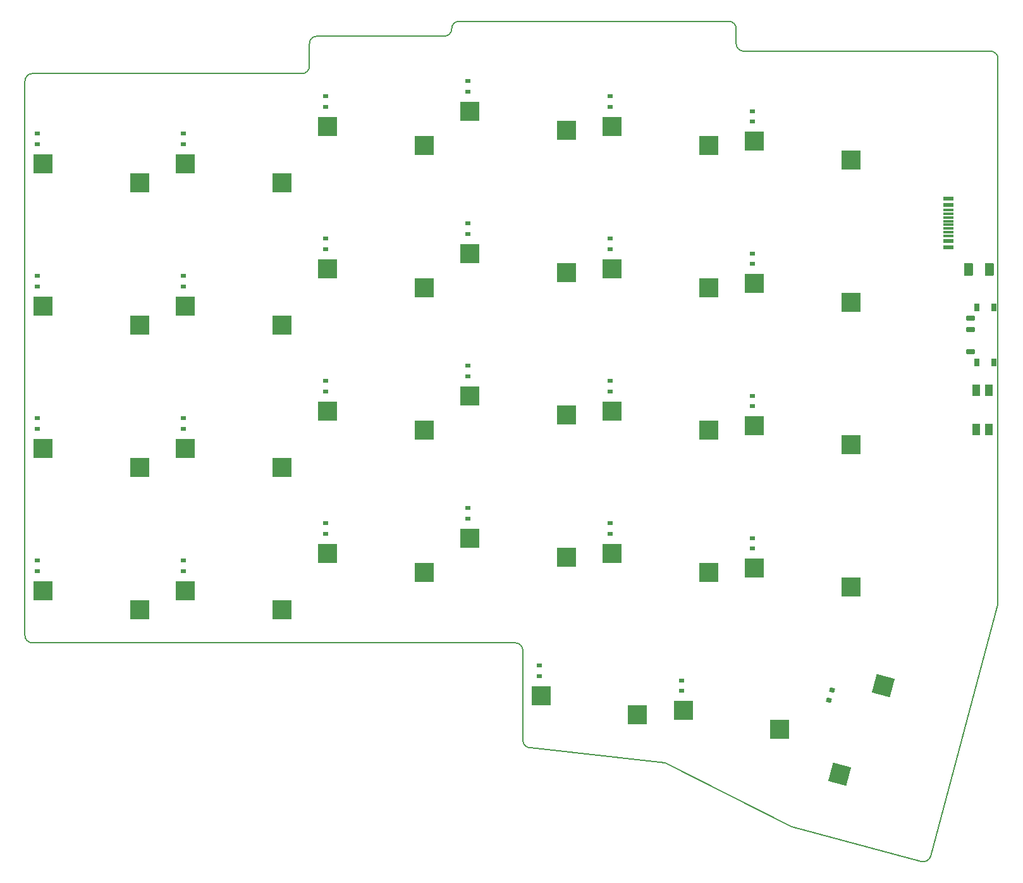
<source format=gbr>
%TF.GenerationSoftware,KiCad,Pcbnew,(6.0.4)*%
%TF.CreationDate,2022-08-08T08:49:07-07:00*%
%TF.ProjectId,Conejo,436f6e65-6a6f-42e6-9b69-6361645f7063,v1.0.0*%
%TF.SameCoordinates,Original*%
%TF.FileFunction,Paste,Top*%
%TF.FilePolarity,Positive*%
%FSLAX46Y46*%
G04 Gerber Fmt 4.6, Leading zero omitted, Abs format (unit mm)*
G04 Created by KiCad (PCBNEW (6.0.4)) date 2022-08-08 08:49:07*
%MOMM*%
%LPD*%
G01*
G04 APERTURE LIST*
G04 Aperture macros list*
%AMRoundRect*
0 Rectangle with rounded corners*
0 $1 Rounding radius*
0 $2 $3 $4 $5 $6 $7 $8 $9 X,Y pos of 4 corners*
0 Add a 4 corners polygon primitive as box body*
4,1,4,$2,$3,$4,$5,$6,$7,$8,$9,$2,$3,0*
0 Add four circle primitives for the rounded corners*
1,1,$1+$1,$2,$3*
1,1,$1+$1,$4,$5*
1,1,$1+$1,$6,$7*
1,1,$1+$1,$8,$9*
0 Add four rect primitives between the rounded corners*
20,1,$1+$1,$2,$3,$4,$5,0*
20,1,$1+$1,$4,$5,$6,$7,0*
20,1,$1+$1,$6,$7,$8,$9,0*
20,1,$1+$1,$8,$9,$2,$3,0*%
%AMRotRect*
0 Rectangle, with rotation*
0 The origin of the aperture is its center*
0 $1 length*
0 $2 width*
0 $3 Rotation angle, in degrees counterclockwise*
0 Add horizontal line*
21,1,$1,$2,0,0,$3*%
G04 Aperture macros list end*
%TA.AperFunction,Profile*%
%ADD10C,0.150000*%
%TD*%
%ADD11R,0.700000X0.600000*%
%ADD12R,2.550000X2.500000*%
%ADD13RoundRect,0.090000X0.535000X-0.210000X0.535000X0.210000X-0.535000X0.210000X-0.535000X-0.210000X0*%
%ADD14RoundRect,0.105000X0.245000X0.445000X-0.245000X0.445000X-0.245000X-0.445000X0.245000X-0.445000X0*%
%ADD15R,1.000000X1.550000*%
%ADD16R,1.450000X0.600000*%
%ADD17R,1.450000X0.300000*%
%ADD18RotRect,0.600000X0.700000X75.000000*%
%ADD19RoundRect,0.250000X-0.375000X-0.625000X0.375000X-0.625000X0.375000X0.625000X-0.375000X0.625000X0*%
%ADD20RotRect,2.550000X2.500000X255.000000*%
%ADD21RotRect,2.550000X2.500000X75.000000*%
G04 APERTURE END LIST*
D10*
X85725000Y13525000D02*
X85725000Y11525000D01*
X93101679Y-93260414D02*
X76199999Y-84725000D01*
X57150000Y-69675000D02*
G75*
G03*
X56150001Y-68675000I-1000000J0D01*
G01*
X29575000Y12528800D02*
X46625000Y12525000D01*
X56150001Y-68675000D02*
X-8525000Y-68674999D01*
X48625000Y14525000D02*
G75*
G03*
X47625000Y13525000I0J-1000000D01*
G01*
X27575000Y7525000D02*
X-8525000Y7525000D01*
X28575000Y11528800D02*
X28575000Y8525000D01*
X85725000Y11525000D02*
G75*
G03*
X86725000Y10525000I1000000J0D01*
G01*
X57150000Y-81725000D02*
G75*
G03*
X58150000Y-82725000I1000000J0D01*
G01*
X-9525000Y-67675000D02*
X-9525000Y6525000D01*
X-8525000Y7525000D02*
G75*
G03*
X-9525000Y6525000I-1J-999999D01*
G01*
X-9525000Y-67675000D02*
G75*
G03*
X-8525000Y-68674999I1000001J2D01*
G01*
X46625000Y12525000D02*
G75*
G03*
X47625000Y13525000I0J1000000D01*
G01*
X29575000Y12528800D02*
G75*
G03*
X28575000Y11528800I0J-1000000D01*
G01*
X120775000Y9525000D02*
G75*
G03*
X119775000Y10525000I-1000000J0D01*
G01*
X57150000Y-81725000D02*
X57150001Y-69675000D01*
X93101679Y-93260414D02*
X110536640Y-97932098D01*
X86725000Y10525000D02*
X119775000Y10525000D01*
X110536648Y-97932067D02*
G75*
G03*
X111761384Y-97224991I258852J965867D01*
G01*
X84725000Y14525000D02*
X48625000Y14525000D01*
X76199999Y-84725000D02*
X58150000Y-82725000D01*
X27575000Y7525000D02*
G75*
G03*
X28575000Y8525000I0J1000000D01*
G01*
X85725000Y13525000D02*
G75*
G03*
X84725000Y14525000I-1000000J0D01*
G01*
X120775000Y9525000D02*
X120775000Y-63575000D01*
X120775000Y-63575000D02*
X111761384Y-97224991D01*
D11*
%TO.C,D21*%
X68875000Y-14550000D03*
X68875000Y-15950000D03*
%TD*%
D12*
%TO.C,SW9*%
X11965000Y-61690000D03*
X24865000Y-64230000D03*
X11965000Y-61690000D03*
%TD*%
%TO.C,SW14*%
X50065000Y2460000D03*
X62965000Y-80000D03*
X50065000Y2460000D03*
%TD*%
D11*
%TO.C,D8*%
X11725000Y-19550000D03*
X11725000Y-20950000D03*
%TD*%
%TO.C,D4*%
X-7825000Y-19550000D03*
X-7825000Y-20950000D03*
%TD*%
D12*
%TO.C,SW4*%
X-7085000Y-42640000D03*
X5815000Y-45180000D03*
X-7085000Y-42640000D03*
%TD*%
%TO.C,SW25*%
X88165000Y-20590000D03*
X88165000Y-20590000D03*
X101065000Y-23130000D03*
%TD*%
%TO.C,SW21*%
X82015000Y-40180000D03*
X69115000Y-37640000D03*
X69115000Y-37640000D03*
%TD*%
D13*
%TO.C,SW1*%
X117075000Y-29725000D03*
X117075000Y-26725000D03*
X117075000Y-25225000D03*
D14*
X117925000Y-23775000D03*
X120225000Y-31175000D03*
X120225000Y-23775000D03*
X117925000Y-31175000D03*
%TD*%
D11*
%TO.C,D17*%
X49825000Y-31600000D03*
X49825000Y-33000000D03*
%TD*%
%TO.C,D28*%
X87925000Y-54650000D03*
X87925000Y-56050000D03*
%TD*%
%TO.C,D6*%
X-7825000Y-57650000D03*
X-7825000Y-59050000D03*
%TD*%
%TO.C,D5*%
X-7825000Y-38600000D03*
X-7825000Y-40000000D03*
%TD*%
D12*
%TO.C,SW18*%
X59590000Y-75740000D03*
X72490000Y-78280000D03*
X59590000Y-75740000D03*
%TD*%
D11*
%TO.C,D9*%
X11725000Y-38600000D03*
X11725000Y-40000000D03*
%TD*%
%TO.C,D16*%
X49825000Y-12550000D03*
X49825000Y-13950000D03*
%TD*%
D12*
%TO.C,SW10*%
X43915000Y-2080000D03*
X31015000Y460000D03*
X31015000Y460000D03*
%TD*%
D11*
%TO.C,D18*%
X49825000Y-50650000D03*
X49825000Y-52050000D03*
%TD*%
%TO.C,D19*%
X59350000Y-71700000D03*
X59350000Y-73100000D03*
%TD*%
%TO.C,D20*%
X68875000Y4500000D03*
X68875000Y3100000D03*
%TD*%
D12*
%TO.C,SW6*%
X24865000Y-7080000D03*
X11965000Y-4540000D03*
X11965000Y-4540000D03*
%TD*%
%TO.C,SW11*%
X43915000Y-21130000D03*
X31015000Y-18590000D03*
X31015000Y-18590000D03*
%TD*%
D15*
%TO.C,SW29*%
X119525000Y-34850000D03*
X119525000Y-40100000D03*
X117825000Y-40100000D03*
X117825000Y-34850000D03*
%TD*%
D11*
%TO.C,D15*%
X49825000Y6500000D03*
X49825000Y5100000D03*
%TD*%
%TO.C,D12*%
X30775000Y-14550000D03*
X30775000Y-15950000D03*
%TD*%
D12*
%TO.C,SW24*%
X101065000Y-4080000D03*
X88165000Y-1540000D03*
X88165000Y-1540000D03*
%TD*%
%TO.C,SW27*%
X88165000Y-58690002D03*
X88165000Y-58690002D03*
X101065000Y-61230002D03*
%TD*%
%TO.C,SW8*%
X24865000Y-45180000D03*
X11965000Y-42640000D03*
X11965000Y-42640000D03*
%TD*%
D11*
%TO.C,D22*%
X68875000Y-33600000D03*
X68875000Y-35000000D03*
%TD*%
D12*
%TO.C,SW5*%
X-7085000Y-61690000D03*
X-7085000Y-61690000D03*
X5815000Y-64230000D03*
%TD*%
%TO.C,SW19*%
X82015000Y-2080000D03*
X69115000Y460000D03*
X69115000Y460000D03*
%TD*%
%TO.C,SW23*%
X78640000Y-77740000D03*
X91540000Y-80280000D03*
X78640000Y-77740000D03*
%TD*%
%TO.C,SW16*%
X50065000Y-35639999D03*
X50065000Y-35639999D03*
X62965000Y-38179999D03*
%TD*%
%TO.C,SW7*%
X24865000Y-26129999D03*
X11965000Y-23589999D03*
X11965000Y-23589999D03*
%TD*%
D11*
%TO.C,D3*%
X-7825000Y-500000D03*
X-7825000Y-1900000D03*
%TD*%
D12*
%TO.C,SW20*%
X82015000Y-21130000D03*
X69115000Y-18590000D03*
X69115000Y-18590000D03*
%TD*%
D11*
%TO.C,D23*%
X68875000Y-52650000D03*
X68875000Y-54050000D03*
%TD*%
D12*
%TO.C,SW15*%
X62965002Y-19130000D03*
X50065002Y-16590000D03*
X50065002Y-16590000D03*
%TD*%
%TO.C,SW26*%
X88165000Y-39640000D03*
X101065000Y-42180000D03*
X88165000Y-39640000D03*
%TD*%
D11*
%TO.C,D13*%
X30775000Y-33600000D03*
X30775000Y-35000000D03*
%TD*%
%TO.C,D7*%
X11725000Y-500000D03*
X11725000Y-1900000D03*
%TD*%
%TO.C,D26*%
X87925000Y-16550000D03*
X87925000Y-17950000D03*
%TD*%
%TO.C,D14*%
X30775000Y-52650000D03*
X30775000Y-54050000D03*
%TD*%
%TO.C,D25*%
X87924996Y2500000D03*
X87924996Y1100000D03*
%TD*%
D12*
%TO.C,SW17*%
X50065000Y-54690000D03*
X50065000Y-54690000D03*
X62965000Y-57230000D03*
%TD*%
D16*
%TO.C,J2*%
X114180000Y-15725000D03*
X114180000Y-14925000D03*
D17*
X114180000Y-13725000D03*
X114180000Y-12725000D03*
X114180000Y-12225000D03*
X114180000Y-11225000D03*
D16*
X114180000Y-10025000D03*
X114180000Y-9225000D03*
X114180000Y-9225000D03*
X114180000Y-10025000D03*
D17*
X114180000Y-10725000D03*
X114180000Y-11725000D03*
X114180000Y-13225000D03*
X114180000Y-14225000D03*
D16*
X114180000Y-14925000D03*
X114180000Y-15725000D03*
%TD*%
D12*
%TO.C,SW22*%
X69115000Y-56690000D03*
X69115000Y-56690000D03*
X82015000Y-59230000D03*
%TD*%
D18*
%TO.C,D29*%
X98523117Y-74980777D03*
X98160771Y-76333073D03*
%TD*%
D11*
%TO.C,D10*%
X11725000Y-57650000D03*
X11725000Y-59050000D03*
%TD*%
D12*
%TO.C,SW2*%
X-7085000Y-4540000D03*
X5815000Y-7080000D03*
X-7085000Y-4540000D03*
%TD*%
%TO.C,SW3*%
X-7085000Y-23590000D03*
X5815000Y-26130000D03*
X-7085000Y-23590000D03*
%TD*%
D11*
%TO.C,D27*%
X87925000Y-35600000D03*
X87925000Y-37000000D03*
%TD*%
D12*
%TO.C,SW12*%
X43915000Y-40180000D03*
X31015000Y-37640000D03*
X31015000Y-37640000D03*
%TD*%
D11*
%TO.C,D11*%
X30775000Y4500000D03*
X30775000Y3100000D03*
%TD*%
D12*
%TO.C,SW13*%
X31015000Y-56690000D03*
X31015000Y-56690000D03*
X43915000Y-59230000D03*
%TD*%
D11*
%TO.C,D24*%
X78400000Y-73700000D03*
X78400000Y-75100000D03*
%TD*%
D19*
%TO.C,D1*%
X119625000Y-18725000D03*
X116825000Y-18725000D03*
%TD*%
D20*
%TO.C,SW28*%
X105380281Y-74424015D03*
X99588064Y-86227058D03*
D21*
X105380281Y-74424015D03*
D20*
X99588064Y-86227058D03*
%TD*%
M02*

</source>
